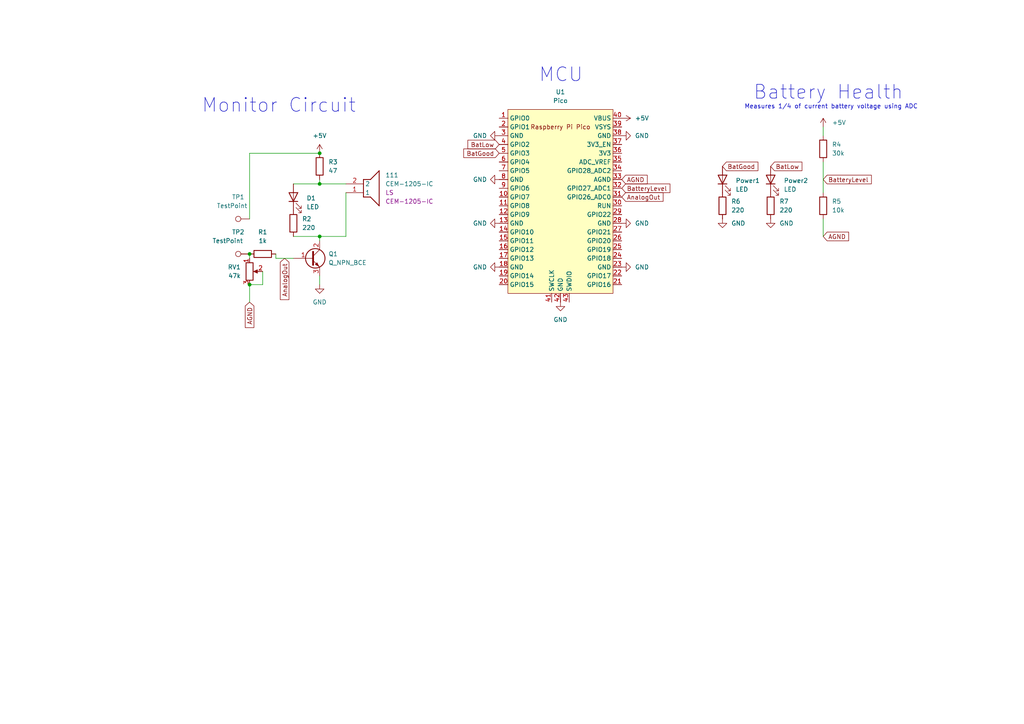
<source format=kicad_sch>
(kicad_sch (version 20211123) (generator eeschema)
  (paper "A4")
  (lib_symbols
    (symbol "CEM-1205-IC:CEM-1205-IC"
      (property "Reference" "1" (at 11.43 2.5401 0))
      (property "Value" "CEM-1205-IC" (at 11.43 0.0001 0))
      (property "Reference_1" "LS" (at 11.43 -2.5399 0))
      (property "Value_1" "CEM-1205-IC" (at 11.43 -5.0799 0))
      (symbol "CEM-1205-IC_1_1"
        (polyline (pts (xy 5.08 1.27) (xy 5.08 -3.81)) (stroke (width 0.254)))
        (polyline (pts (xy 5.08 1.27) (xy 7.112 1.27)) (stroke (width 0.254)))
        (polyline (pts (xy 7.112 -3.81) (xy 5.08 -3.81)) (stroke (width 0.254)))
        (polyline (pts (xy 7.112 -3.81) (xy 9.652 -6.35)) (stroke (width 0.254)))
        (polyline (pts (xy 9.652 3.81) (xy 7.112 1.27)) (stroke (width 0.254)))
        (polyline (pts (xy 9.652 3.81) (xy 9.652 -6.35)) (stroke (width 0.254)))
        (pin passive line (at 0 -2.54 0) (length 5.08) (name "1") (number "1"))
        (pin passive line (at 0 0 0) (length 5.08) (name "2") (number "2"))
      )
    )
    (symbol "Connector:TestPoint" (pin_numbers hide) (pin_names (offset 0.762) hide)
      (property "Reference" "TP" (at 0 6.858 0))
      (property "Value" "TestPoint" (at 0 5.08 0))
      (symbol "TestPoint_0_1"
        (circle (center 0 3.302) (radius 0.762))
      )
      (symbol "TestPoint_1_1"
        (pin passive line (at 0 0 90) (length 2.54) (name "1") (number "1"))
      )
    )
    (symbol "Device:LED" (pin_numbers hide) (pin_names (offset 1.016) hide)
      (property "Reference" "D" (at 0 2.54 0))
      (property "Value" "LED" (at 0 -2.54 0))
      (symbol "LED_0_1"
        (polyline (pts (xy -1.27 -1.27) (xy -1.27 1.27)) (stroke (width 0.254)))
        (polyline (pts (xy -1.27 0) (xy 1.27 0)))
        (polyline (pts (xy 1.27 -1.27) (xy 1.27 1.27) (xy -1.27 0) (xy 1.27 -1.27)) (stroke (width 0.254)))
        (polyline (pts (xy -3.048 -0.762) (xy -4.572 -2.286) (xy -3.81 -2.286) (xy -4.572 -2.286) (xy -4.572 -1.524)))
        (polyline (pts (xy -1.778 -0.762) (xy -3.302 -2.286) (xy -2.54 -2.286) (xy -3.302 -2.286) (xy -3.302 -1.524)))
      )
      (symbol "LED_1_1"
        (pin passive line (at -3.81 0 0) (length 2.54) (name "K") (number "1"))
        (pin passive line (at 3.81 0 180) (length 2.54) (name "A") (number "2"))
      )
    )
    (symbol "Device:Q_NPN_BCE" (pin_names (offset 0) hide)
      (property "Reference" "Q" (at 5.08 1.27 0))
      (property "Value" "Q_NPN_BCE" (at 5.08 -1.27 0))
      (symbol "Q_NPN_BCE_0_1"
        (polyline (pts (xy 0.635 0.635) (xy 2.54 2.54)))
        (polyline (pts (xy 0.635 -0.635) (xy 2.54 -2.54) (xy 2.54 -2.54)))
        (polyline (pts (xy 0.635 1.905) (xy 0.635 -1.905) (xy 0.635 -1.905)) (stroke (width 0.508)))
        (polyline (pts (xy 1.27 -1.778) (xy 1.778 -1.27) (xy 2.286 -2.286) (xy 1.27 -1.778) (xy 1.27 -1.778)) (fill (type outline)))
        (circle (center 1.27 0) (radius 2.8194) (stroke (width 0.254)))
      )
      (symbol "Q_NPN_BCE_1_1"
        (pin input line (at -5.08 0 0) (length 5.715) (name "B") (number "1"))
        (pin passive line (at 2.54 5.08 270) (length 2.54) (name "C") (number "2"))
        (pin passive line (at 2.54 -5.08 90) (length 2.54) (name "E") (number "3"))
      )
    )
    (symbol "Device:R" (pin_numbers hide) (pin_names (offset 0))
      (property "Reference" "R" (at 2.032 0 90))
      (property "Value" "R" (at 0 0 90))
      (symbol "R_0_1"
        (rectangle (start -1.016 -2.54) (end 1.016 2.54) (stroke (width 0.254)))
      )
      (symbol "R_1_1"
        (pin passive line (at 0 3.81 270) (length 1.27) (name "~") (number "1"))
        (pin passive line (at 0 -3.81 90) (length 1.27) (name "~") (number "2"))
      )
    )
    (symbol "Device:R_Potentiometer" (pin_names (offset 1.016) hide)
      (property "Reference" "RV" (at -4.445 0 90))
      (property "Value" "R_Potentiometer" (at -2.54 0 90))
      (symbol "R_Potentiometer_0_1"
        (polyline (pts (xy 2.54 0) (xy 1.524 0)))
        (polyline (pts (xy 1.143 0) (xy 2.286 0.508) (xy 2.286 -0.508) (xy 1.143 0)) (fill (type outline)))
        (rectangle (start 1.016 2.54) (end -1.016 -2.54) (stroke (width 0.254)))
      )
      (symbol "R_Potentiometer_1_1"
        (pin passive line (at 0 3.81 270) (length 1.27) (name "1") (number "1"))
        (pin passive line (at 3.81 0 180) (length 1.27) (name "2") (number "2"))
        (pin passive line (at 0 -3.81 90) (length 1.27) (name "3") (number "3"))
      )
    )
    (symbol "MCU_RaspberryPi_and_Boards:Pico"
      (property "Reference" "U" (at -13.97 27.94 0))
      (property "Value" "Pico" (at 0 19.05 0))
      (symbol "Pico_0_0"
        (text "Raspberry Pi Pico" (at 0 21.59 0) (effects (font (size 1.27 1.27))))
      )
      (symbol "Pico_0_1"
        (rectangle (start -15.24 26.67) (end 15.24 -26.67) (fill (type background)))
      )
      (symbol "Pico_1_1"
        (pin bidirectional line (at -17.78 24.13 0) (length 2.54) (name "GPIO0") (number "1"))
        (pin bidirectional line (at -17.78 1.27 0) (length 2.54) (name "GPIO7") (number "10"))
        (pin bidirectional line (at -17.78 -1.27 0) (length 2.54) (name "GPIO8") (number "11"))
        (pin bidirectional line (at -17.78 -3.81 0) (length 2.54) (name "GPIO9") (number "12"))
        (pin power_in line (at -17.78 -6.35 0) (length 2.54) (name "GND") (number "13"))
        (pin bidirectional line (at -17.78 -8.89 0) (length 2.54) (name "GPIO10") (number "14"))
        (pin bidirectional line (at -17.78 -11.43 0) (length 2.54) (name "GPIO11") (number "15"))
        (pin bidirectional line (at -17.78 -13.97 0) (length 2.54) (name "GPIO12") (number "16"))
        (pin bidirectional line (at -17.78 -16.51 0) (length 2.54) (name "GPIO13") (number "17"))
        (pin power_in line (at -17.78 -19.05 0) (length 2.54) (name "GND") (number "18"))
        (pin bidirectional line (at -17.78 -21.59 0) (length 2.54) (name "GPIO14") (number "19"))
        (pin bidirectional line (at -17.78 21.59 0) (length 2.54) (name "GPIO1") (number "2"))
        (pin bidirectional line (at -17.78 -24.13 0) (length 2.54) (name "GPIO15") (number "20"))
        (pin bidirectional line (at 17.78 -24.13 180) (length 2.54) (name "GPIO16") (number "21"))
        (pin bidirectional line (at 17.78 -21.59 180) (length 2.54) (name "GPIO17") (number "22"))
        (pin power_in line (at 17.78 -19.05 180) (length 2.54) (name "GND") (number "23"))
        (pin bidirectional line (at 17.78 -16.51 180) (length 2.54) (name "GPIO18") (number "24"))
        (pin bidirectional line (at 17.78 -13.97 180) (length 2.54) (name "GPIO19") (number "25"))
        (pin bidirectional line (at 17.78 -11.43 180) (length 2.54) (name "GPIO20") (number "26"))
        (pin bidirectional line (at 17.78 -8.89 180) (length 2.54) (name "GPIO21") (number "27"))
        (pin power_in line (at 17.78 -6.35 180) (length 2.54) (name "GND") (number "28"))
        (pin bidirectional line (at 17.78 -3.81 180) (length 2.54) (name "GPIO22") (number "29"))
        (pin power_in line (at -17.78 19.05 0) (length 2.54) (name "GND") (number "3"))
        (pin input line (at 17.78 -1.27 180) (length 2.54) (name "RUN") (number "30"))
        (pin bidirectional line (at 17.78 1.27 180) (length 2.54) (name "GPIO26_ADC0") (number "31"))
        (pin bidirectional line (at 17.78 3.81 180) (length 2.54) (name "GPIO27_ADC1") (number "32"))
        (pin power_in line (at 17.78 6.35 180) (length 2.54) (name "AGND") (number "33"))
        (pin bidirectional line (at 17.78 8.89 180) (length 2.54) (name "GPIO28_ADC2") (number "34"))
        (pin power_in line (at 17.78 11.43 180) (length 2.54) (name "ADC_VREF") (number "35"))
        (pin power_in line (at 17.78 13.97 180) (length 2.54) (name "3V3") (number "36"))
        (pin input line (at 17.78 16.51 180) (length 2.54) (name "3V3_EN") (number "37"))
        (pin bidirectional line (at 17.78 19.05 180) (length 2.54) (name "GND") (number "38"))
        (pin power_in line (at 17.78 21.59 180) (length 2.54) (name "VSYS") (number "39"))
        (pin bidirectional line (at -17.78 16.51 0) (length 2.54) (name "GPIO2") (number "4"))
        (pin power_in line (at 17.78 24.13 180) (length 2.54) (name "VBUS") (number "40"))
        (pin input line (at -2.54 -29.21 90) (length 2.54) (name "SWCLK") (number "41"))
        (pin power_in line (at 0 -29.21 90) (length 2.54) (name "GND") (number "42"))
        (pin bidirectional line (at 2.54 -29.21 90) (length 2.54) (name "SWDIO") (number "43"))
        (pin bidirectional line (at -17.78 13.97 0) (length 2.54) (name "GPIO3") (number "5"))
        (pin bidirectional line (at -17.78 11.43 0) (length 2.54) (name "GPIO4") (number "6"))
        (pin bidirectional line (at -17.78 8.89 0) (length 2.54) (name "GPIO5") (number "7"))
        (pin power_in line (at -17.78 6.35 0) (length 2.54) (name "GND") (number "8"))
        (pin bidirectional line (at -17.78 3.81 0) (length 2.54) (name "GPIO6") (number "9"))
      )
    )
    (symbol "power:+5V" (power) (pin_names (offset 0))
      (property "Value" "+5V" (at 0 3.556 0))
      (symbol "+5V_0_1"
        (polyline (pts (xy -0.762 1.27) (xy 0 2.54)))
        (polyline (pts (xy 0 0) (xy 0 2.54)))
        (polyline (pts (xy 0 2.54) (xy 0.762 1.27)))
      )
      (symbol "+5V_1_1"
        (pin power_in line (at 0 0 90) (length 0) hide (name "+5V") (number "1"))
      )
    )
    (symbol "power:GND" (power) (pin_names (offset 0))
      (property "Value" "GND" (at 0 -3.81 0))
      (symbol "GND_0_1"
        (polyline (pts (xy 0 0) (xy 0 -1.27) (xy 1.27 -1.27) (xy 0 -2.54) (xy -1.27 -1.27) (xy 0 -1.27)))
      )
      (symbol "GND_1_1"
        (pin power_in line (at 0 0 270) (length 0) hide (name "GND") (number "1"))
      )
    )
  )
  (junction (at 72.39 82.55))
  (junction (at 92.71 68.58))
  (junction (at 92.71 53.34))
  (junction (at 72.39 73.66))
  (junction (at 92.71 44.45))
  (wire (pts (xy 85.09 53.34) (xy 92.71 53.34)))
  (wire (pts (xy 238.76 55.88) (xy 238.76 46.99)))
  (wire (pts (xy 238.76 68.58) (xy 238.76 63.5)))
  (wire (pts (xy 72.39 87.63) (xy 72.39 82.55)))
  (wire (pts (xy 92.71 68.58) (xy 92.71 69.85)))
  (wire (pts (xy 85.09 68.58) (xy 92.71 68.58)))
  (wire (pts (xy 72.39 44.45) (xy 72.39 63.5)))
  (wire (pts (xy 92.71 44.45) (xy 72.39 44.45)))
  (wire (pts (xy 92.71 53.34) (xy 100.33 53.34)))
  (wire (pts (xy 76.2 82.55) (xy 76.2 78.74)))
  (wire (pts (xy 72.39 73.66) (xy 72.39 74.93)))
  (wire (pts (xy 238.76 36.83) (xy 238.76 39.37)))
  (wire (pts (xy 80.01 74.93) (xy 85.09 74.93)))
  (wire (pts (xy 72.39 82.55) (xy 76.2 82.55)))
  (wire (pts (xy 80.01 74.93) (xy 80.01 73.66)))
  (wire (pts (xy 92.71 52.07) (xy 92.71 53.34)))
  (wire (pts (xy 92.71 82.55) (xy 92.71 80.01)))
  (wire (pts (xy 100.33 55.88) (xy 100.33 68.58)))
  (wire (pts (xy 100.33 68.58) (xy 92.71 68.58)))
  (text "Battery Health" (at 218.44 29.21 0) (effects (font (size 4 4)) (justify left bottom)))
  (text "Measures 1/4 of current battery voltage using ADC" (at 215.9 31.75 0) (effects (font (size 1.27 1.27)) (justify left bottom)))
  (text "MCU" (at 156.21 24.13 0) (effects (font (size 4 4)) (justify left bottom)))
  (text "Monitor Circuit" (at 58.42 33.02 0) (effects (font (size 4 4)) (justify left bottom)))
  (global_label "BatLow" (shape input) (at 223.52 48.26 0) (property "Intersheet References" "${INTERSHEET_REFS}" (effects hide)))
  (global_label "BatGood" (shape input) (at 209.55 48.26 0) (property "Intersheet References" "${INTERSHEET_REFS}" (effects hide)))
  (global_label "BatteryLevel" (shape input) (at 180.34 54.61 0) (property "Intersheet References" "${INTERSHEET_REFS}" (effects hide)))
  (global_label "AGND" (shape input) (at 180.34 52.07 0) (property "Intersheet References" "${INTERSHEET_REFS}" (effects hide)))
  (global_label "AnalogOut" (shape input) (at 82.55 74.93 270) (property "Intersheet References" "${INTERSHEET_REFS}" (effects hide)))
  (global_label "BatLow" (shape input) (at 144.78 41.91 180) (property "Intersheet References" "${INTERSHEET_REFS}" (effects hide)))
  (global_label "AnalogOut" (shape input) (at 180.34 57.15 0) (property "Intersheet References" "${INTERSHEET_REFS}" (effects hide)))
  (global_label "AGND" (shape input) (at 238.76 68.58 0) (property "Intersheet References" "${INTERSHEET_REFS}" (effects hide)))
  (global_label "BatGood" (shape input) (at 144.78 44.45 180) (property "Intersheet References" "${INTERSHEET_REFS}" (effects hide)))
  (global_label "BatteryLevel" (shape input) (at 238.76 52.07 0) (property "Intersheet References" "${INTERSHEET_REFS}" (effects hide)))
  (global_label "AGND" (shape input) (at 72.39 87.63 270) (property "Intersheet References" "${INTERSHEET_REFS}" (effects hide)))
  (symbol (lib_id "power:GND") (at 162.56 87.63 0) (unit 1)
    (property "Reference" "#PWR0108" (effects hide))
    (property "Value" "GND" (at 162.56 92.71 0))
  )
  (symbol (lib_id "power:GND") (at 180.34 64.77 90) (unit 1)
    (property "Reference" "#PWR0106" (effects hide))
    (property "Value" "GND" (at 184.15 64.7699 90) (effects (justify right)))
  )
  (symbol (lib_id "power:+5V") (at 92.71 44.45 0) (unit 1)
    (property "Reference" "#PWR0103" (effects hide))
    (property "Value" "+5V" (at 92.71 39.37 0))
  )
  (symbol (lib_id "power:GND") (at 144.78 52.07 270) (unit 1)
    (property "Reference" "#PWR0112" (effects hide))
    (property "Value" "GND" (at 137.16 52.07 90) (effects (justify left)))
  )
  (symbol (lib_id "Device:R") (at 238.76 59.69 0) (unit 1)
    (property "Reference" "R5" (at 241.3 58.4199 0) (effects (justify left)))
    (property "Value" "10k" (at 241.3 60.9599 0) (effects (justify left)))
    (property "Footprint" "Resistor_THT:R_Axial_DIN0204_L3.6mm_D1.6mm_P7.62mm_Horizontal" (effects hide))
  )
  (symbol (lib_id "Device:LED") (at 85.09 57.15 90) (unit 1)
    (property "Reference" "D1" (at 88.9 57.4674 90) (effects (justify right)))
    (property "Value" "LED" (at 88.9 60.0074 90) (effects (justify right)))
    (property "Footprint" "LED_THT:LED_D1.8mm_W3.3mm_H2.4mm" (effects hide))
  )
  (symbol (lib_id "Device:R") (at 238.76 43.18 0) (unit 1)
    (property "Reference" "R4" (at 241.3 41.9099 0) (effects (justify left)))
    (property "Value" "30k" (at 241.3 44.4499 0) (effects (justify left)))
    (property "Footprint" "Resistor_THT:R_Axial_DIN0204_L3.6mm_D1.6mm_P7.62mm_Horizontal" (effects hide))
  )
  (symbol (lib_id "power:+5V") (at 238.76 36.83 0) (unit 1)
    (property "Reference" "#PWR0101" (effects hide))
    (property "Value" "+5V" (at 241.3 35.5599 0) (effects (justify left)))
  )
  (symbol (lib_id "power:GND") (at 144.78 77.47 270) (unit 1)
    (property "Reference" "#PWR0109" (effects hide))
    (property "Value" "GND" (at 137.16 77.47 90) (effects (justify left)))
  )
  (symbol (lib_id "CEM-1205-IC:CEM-1205-IC") (at 100.33 53.34 0) (unit 1)
    (property "Reference" "111" (at 111.76 50.7999 0) (effects (justify left)))
    (property "Value" "CEM-1205-IC" (at 111.76 53.3399 0) (effects (justify left)))
    (property "Footprint" "KiCad:CEM1205IC" (effects hide))
    (property "Reference_1" "LS" (at 111.76 55.8799 0) (effects (justify left)))
    (property "Value_1" "CEM-1205-IC" (at 111.76 58.4199 0) (effects (justify left)))
    (property "Footprint_1" "CEM1205IC" (effects hide))
    (property "Datasheet_1" "https://www.cuidevices.com/product/resource/cem-1205-ic.pdf" (effects hide))
    (property "Height" "10" (effects hide))
    (property "Mouser Part Number" "490-CEM1205IC" (effects hide))
    (property "Mouser Price/Stock" "https://www.mouser.co.uk/ProductDetail/CUI-Devices/CEM-1205-IC?qs=hd1VzrDQEGhFNAzregGKGQ%3D%3D" (effects hide))
    (property "Manufacturer_Name" "CUI Devices" (effects hide))
    (property "Manufacturer_Part_Number" "CEM-1205-IC" (effects hide))
  )
  (symbol (lib_id "Device:Q_NPN_BCE") (at 90.17 74.93 0) (unit 1)
    (property "Reference" "Q1" (at 95.25 73.6599 0) (effects (justify left)))
    (property "Value" "Q_NPN_BCE" (at 95.25 76.1999 0) (effects (justify left)))
    (property "Footprint" "Package_TO_SOT_THT:TO-92S" (effects hide))
  )
  (symbol (lib_id "power:GND") (at 144.78 64.77 270) (unit 1)
    (property "Reference" "#PWR0110" (effects hide))
    (property "Value" "GND" (at 137.16 64.77 90) (effects (justify left)))
  )
  (symbol (lib_id "Connector:TestPoint") (at 72.39 73.66 90) (unit 1)
    (property "Reference" "TP2" (at 69.088 67.31 90))
    (property "Value" "TestPoint" (at 66.04 69.85 90))
    (property "Footprint" "TestPoint:TestPoint_Pad_D4.0mm" (effects hide))
  )
  (symbol (lib_id "Device:R") (at 85.09 64.77 0) (unit 1)
    (property "Reference" "R2" (at 87.63 63.4999 0) (effects (justify left)))
    (property "Value" "220" (at 87.63 66.0399 0) (effects (justify left)))
    (property "Footprint" "Resistor_THT:R_Axial_DIN0204_L3.6mm_D1.6mm_P7.62mm_Horizontal" (effects hide))
  )
  (symbol (lib_id "power:GND") (at 223.52 63.5 0) (unit 1)
    (property "Reference" "#PWR0113" (effects hide))
    (property "Value" "GND" (at 226.06 64.7699 0) (effects (justify left)))
  )
  (symbol (lib_id "Device:R") (at 76.2 73.66 90) (unit 1)
    (property "Reference" "R1" (at 76.2 67.31 90))
    (property "Value" "1k" (at 76.2 69.85 90))
    (property "Footprint" "Resistor_THT:R_Axial_DIN0204_L3.6mm_D1.6mm_P7.62mm_Horizontal" (effects hide))
  )
  (symbol (lib_id "power:GND") (at 209.55 63.5 0) (unit 1)
    (property "Reference" "#PWR0114" (effects hide))
    (property "Value" "GND" (at 212.09 64.7699 0) (effects (justify left)))
  )
  (symbol (lib_id "Connector:TestPoint") (at 72.39 63.5 90) (unit 1)
    (property "Reference" "TP1" (at 69.088 57.15 90))
    (property "Value" "TestPoint" (at 67.31 59.69 90))
    (property "Footprint" "TestPoint:TestPoint_Pad_D4.0mm" (effects hide))
  )
  (symbol (lib_id "Device:R") (at 92.71 48.26 0) (unit 1)
    (property "Reference" "R3" (at 95.25 46.9899 0) (effects (justify left)))
    (property "Value" "47" (at 95.25 49.5299 0) (effects (justify left)))
    (property "Footprint" "Resistor_THT:R_Axial_DIN0204_L3.6mm_D1.6mm_P7.62mm_Horizontal" (effects hide))
  )
  (symbol (lib_id "power:+5V") (at 180.34 34.29 270) (unit 1)
    (property "Reference" "#PWR0107" (effects hide))
    (property "Value" "+5V" (at 184.15 34.2899 90) (effects (justify left)))
  )
  (symbol (lib_id "power:GND") (at 180.34 77.47 90) (unit 1)
    (property "Reference" "#PWR0104" (effects hide))
    (property "Value" "GND" (at 184.15 77.4699 90) (effects (justify right)))
  )
  (symbol (lib_id "Device:R_Potentiometer") (at 72.39 78.74 0) (unit 1)
    (property "Reference" "RV1" (at 69.85 77.4699 0) (effects (justify right)))
    (property "Value" "47k" (at 69.85 80.0099 0) (effects (justify right)))
    (property "Footprint" "Potentiometer_THT:Potentiometer_Bourns_3386P_Vertical" (effects hide))
  )
  (symbol (lib_id "Device:LED") (at 209.55 52.07 90) (unit 1)
    (property "Reference" "Power1" (at 213.36 52.3874 90) (effects (justify right)))
    (property "Value" "LED" (at 213.36 54.9274 90) (effects (justify right)))
    (property "Footprint" "LED_THT:LED_D1.8mm_W3.3mm_H2.4mm" (effects hide))
  )
  (symbol (lib_id "MCU_RaspberryPi_and_Boards:Pico") (at 162.56 58.42 0) (unit 1)
    (property "Reference" "U1" (at 162.56 26.67 0))
    (property "Value" "Pico" (at 162.56 29.21 0))
    (property "Footprint" "MCU_RaspberryPi_and_Boards:RPi_Pico_SMD_TH" (effects hide))
  )
  (symbol (lib_id "power:GND") (at 144.78 39.37 270) (unit 1)
    (property "Reference" "#PWR0111" (effects hide))
    (property "Value" "GND" (at 137.16 39.37 90) (effects (justify left)))
  )
  (symbol (lib_id "power:GND") (at 92.71 82.55 0) (unit 1)
    (property "Reference" "#PWR0102" (effects hide))
    (property "Value" "GND" (at 92.71 87.63 0))
  )
  (symbol (lib_id "power:GND") (at 180.34 39.37 90) (unit 1)
    (property "Reference" "#PWR0105" (effects hide))
    (property "Value" "GND" (at 184.15 39.3699 90) (effects (justify right)))
  )
  (symbol (lib_id "Device:LED") (at 223.52 52.07 90) (unit 1)
    (property "Reference" "Power2" (at 227.33 52.3874 90) (effects (justify right)))
    (property "Value" "LED" (at 227.33 54.9274 90) (effects (justify right)))
    (property "Footprint" "LED_THT:LED_D1.8mm_W3.3mm_H2.4mm" (effects hide))
  )
  (symbol (lib_id "Device:R") (at 209.55 59.69 0) (unit 1)
    (property "Reference" "R6" (at 212.09 58.4199 0) (effects (justify left)))
    (property "Value" "220" (at 212.09 60.9599 0) (effects (justify left)))
    (property "Footprint" "Resistor_THT:R_Axial_DIN0204_L3.6mm_D1.6mm_P7.62mm_Horizontal" (effects hide))
  )
  (symbol (lib_id "Device:R") (at 223.52 59.69 0) (unit 1)
    (property "Reference" "R7" (at 226.06 58.4199 0) (effects (justify left)))
    (property "Value" "220" (at 226.06 60.9599 0) (effects (justify left)))
    (property "Footprint" "Resistor_THT:R_Axial_DIN0204_L3.6mm_D1.6mm_P7.62mm_Horizontal" (effects hide))
  )
)
</source>
